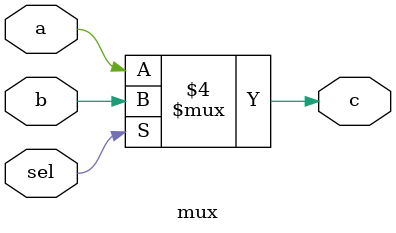
<source format=v>
module mux
(
    input a,
    input b,
    input sel,
    output reg c
);
always @(*) begin
    if (sel==1'b0)
        c = a;
    else
        c = b;
end
endmodule
</source>
